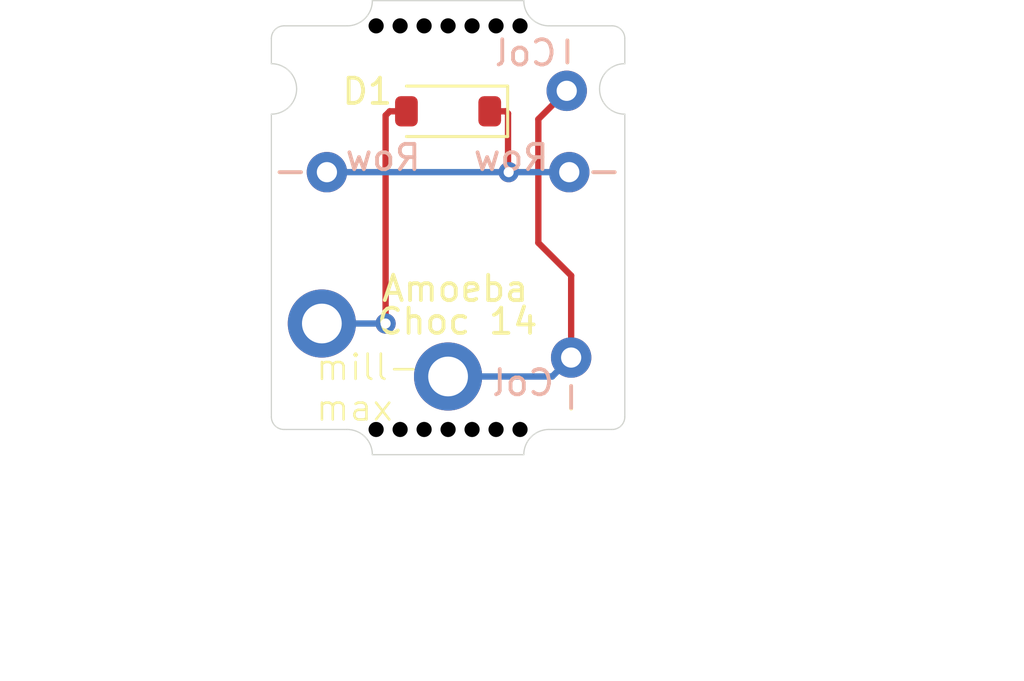
<source format=kicad_pcb>
(kicad_pcb (version 20240108) (generator "pcbnew") (generator_version "8.0")
  (title_block (title "Amoeba Choc 14") (date "2024-02-22") (rev "0.1.0-alpha") (comment 1 "and sturdier column walls; with socket STEP file. ") (comment 2 "allows choc 18 mm or narrower Dactyl column spacing ") (comment 3 "A choc keyboard single-switch Amoeba PCB with Mill-Max hotswap that  "))
  (layers (0 "F.Cu" signal) (31 "B.Cu" signal) (34 "B.Paste" user) (35 "F.Paste" user) (36 "B.SilkS" user "B.Silkscreen") (37 "F.SilkS" user "F.Silkscreen") (38 "B.Mask" user) (39 "F.Mask" user) (44 "Edge.Cuts" user))
  (net 0 "")
  (net 1 "/row")
  (net 2 "Net-(D1-A)")
  (net 3 "/col")
  (footprint "Diode_SMD:D_SOD-123" (layer "F.Cu") (at 130 105.3875 180)
    (property "Reference" "D1" (at 3.2 0.7875 180) (layer "F.SilkS"))
    (property "Value" "1N4148")
    (fp_line (start -2.36 1) (end 1.65 1) (stroke (width 0.12)) (layer "F.SilkS"))
    (fp_line (start -2.36 -1) (end 1.65 -1) (stroke (width 0.12)) (layer "F.SilkS"))
    (fp_line (start -2.36 -1) (end -2.36 1) (stroke (width 0.12)) (layer "F.SilkS"))
    (pad "1" smd roundrect (at -1.65 0 180) (size 0.9 1.2) (layers "F.Cu" "F.Paste" "F.Mask") (net 1 "/row"))
    (pad "2" smd roundrect (at 1.65 0 180) (size 0.9 1.2) (layers "F.Cu" "F.Paste" "F.Mask") (net 2 "Net-(D1-A)"))
  )
  (footprint "Amoeba_Choc_Nar:pg1350-hotswap" (layer "F.Cu") (at 130 110)
    (property "Reference" "SW1" (hide yes))
    (property "Value" "SW_SPST" (hide yes))
    (fp_line (start -7 -6.5) (end -7 -7.5) (stroke (width 0.05)) (layer "Edge.Cuts"))
    (fp_line (start -7 7.5) (end -7 -4.5) (stroke (width 0.05)) (layer "Edge.Cuts"))
    (fp_line (start -4 -8) (end -6.5 -8) (stroke (width 0.05)) (layer "Edge.Cuts"))
    (fp_line (start -4 8) (end -6.5 8) (stroke (width 0.05)) (layer "Edge.Cuts"))
    (fp_line (start 6.5 -8) (end 4 -8) (stroke (width 0.05)) (layer "Edge.Cuts"))
    (fp_line (start 6.5 8) (end 4 8) (stroke (width 0.05)) (layer "Edge.Cuts"))
    (fp_line (start 7 -6.5) (end 7 -7.5) (stroke (width 0.05)) (layer "Edge.Cuts"))
    (fp_line (start 7 7.5) (end 7 -4.5) (stroke (width 0.05)) (layer "Edge.Cuts"))
    (fp_arc (start -7 -7.5) (mid -6.853553 -7.853553) (end -6.5 -8) (stroke (width 0.05)) (layer "Edge.Cuts"))
    (fp_arc (start -7 -6.5) (mid -6.292893 -6.207107) (end -6 -5.5) (stroke (width 0.05)) (layer "Edge.Cuts"))
    (fp_arc (start -6.5 8) (mid -6.853553 7.853553) (end -7 7.5) (stroke (width 0.05)) (layer "Edge.Cuts"))
    (fp_arc (start -6 -5.5) (mid -6.292893 -4.792893) (end -7 -4.5) (stroke (width 0.05)) (layer "Edge.Cuts"))
    (fp_arc (start 6 -5.5) (mid 6.292893 -6.207107) (end 7 -6.5) (stroke (width 0.05)) (layer "Edge.Cuts"))
    (fp_arc (start 6.5 -8) (mid 6.853553 -7.853553) (end 7 -7.5) (stroke (width 0.05)) (layer "Edge.Cuts"))
    (fp_arc (start 7 -4.5) (mid 6.292893 -4.792893) (end 6 -5.5) (stroke (width 0.05)) (layer "Edge.Cuts"))
    (fp_arc (start 7 7.5) (mid 6.853553 7.853553) (end 6.5 8) (stroke (width 0.05)) (layer "Edge.Cuts"))
    (fp_text_box "mill-\nmax" (start -6.05 4.2) (end -1.55 8.2) (layer "F.SilkS") (effects (font (size 1 1) (thickness 0.1)) (justify left top)) (border no) (stroke (width -0.000001)))
    (pad "" np_thru_hole circle (at -5.5 0 180) (size 1.7 1.7) (drill 1.7) (layers "*.Cu" "*.Mask"))
    (pad "" np_thru_hole circle (at 0 0 180) (size 3.4 3.4) (drill 3.4) (layers "*.Cu" "*.Mask"))
    (pad "" np_thru_hole circle (at 5.5 0 180) (size 1.7 1.7) (drill 1.7) (layers "*.Cu" "*.Mask"))
    (pad "1" thru_hole circle (at 0 5.900001 180) (size 2.7 2.7) (drill 1.5748) (layers "*.Cu" "*.Mask") (net 3 "/col"))
    (pad "2" thru_hole circle (at -5 3.8 180) (size 2.7 2.7) (drill 1.5748) (layers "*.Cu" "*.Mask") (net 2 "Net-(D1-A)"))
  )
  (footprint "Amoeba_Choc_Nar:Mouse_Bites" (layer "F.Cu") (at 130 118)
    (property "Reference" "REF**" (hide yes))
    (property "Value" "Mouse_Bites" (hide yes))
    (pad "" np_thru_hole circle (at -2.85 0) (size 0.6 0.6) (drill 0.6) (layers "*.Mask"))
    (pad "" np_thru_hole circle (at -1.9 0) (size 0.6 0.6) (drill 0.6) (layers "*.Mask"))
    (pad "" np_thru_hole circle (at -0.95 0) (size 0.6 0.6) (drill 0.6) (layers "*.Mask"))
    (pad "" np_thru_hole circle (at 0 0) (size 0.6 0.6) (drill 0.6) (layers "*.Mask"))
    (pad "" np_thru_hole circle (at 0.95 0) (size 0.6 0.6) (drill 0.6) (layers "*.Mask"))
    (pad "" np_thru_hole circle (at 1.9 0) (size 0.6 0.6) (drill 0.6) (layers "*.Mask"))
    (pad "" np_thru_hole circle (at 2.85 0) (size 0.6 0.6) (drill 0.6) (layers "*.Mask"))
  )
  (footprint "Amoeba_Choc_Nar:Mouse_Bites" (layer "F.Cu") (at 130 102)
    (property "Reference" "REF**" (hide yes))
    (property "Value" "Mouse_Bites" (hide yes))
    (pad "" np_thru_hole circle (at -2.85 0) (size 0.6 0.6) (drill 0.6) (layers "*.Mask"))
    (pad "" np_thru_hole circle (at -1.9 0) (size 0.6 0.6) (drill 0.6) (layers "*.Mask"))
    (pad "" np_thru_hole circle (at -0.95 0) (size 0.6 0.6) (drill 0.6) (layers "*.Mask"))
    (pad "" np_thru_hole circle (at 0 0) (size 0.6 0.6) (drill 0.6) (layers "*.Mask"))
    (pad "" np_thru_hole circle (at 0.95 0) (size 0.6 0.6) (drill 0.6) (layers "*.Mask"))
    (pad "" np_thru_hole circle (at 1.9 0) (size 0.6 0.6) (drill 0.6) (layers "*.Mask"))
    (pad "" np_thru_hole circle (at 2.85 0) (size 0.6 0.6) (drill 0.6) (layers "*.Mask"))
  )
  (footprint "Amoeba_Choc_Nar:Pin_D0.8mm_L7.0mm" (layer "B.Cu") (at 134.7 104.575 180)
    (property "Reference" "J1" (hide yes))
    (property "Value" "Conn_01x01_Pin" (hide yes))
    (fp_text user "Col" (at 1.625 1.5 0) (layer "B.SilkS") (effects (justify mirror)))
    (pad "1" thru_hole circle (at 0 0 180) (size 1.6 1.6) (drill 0.8) (layers "*.Cu" "*.Mask") (net 3 "/col"))
  )
  (footprint "Amoeba_Choc_Nar:Pin_D0.8mm_L7.0mm" (layer "B.Cu") (at 134.8 107.8 180)
    (property "Reference" "J4" (hide yes))
    (property "Value" "Conn_01x01_Pin" (hide yes))
    (fp_text user "Row" (at 2.3 0.575 0) (layer "B.SilkS") (effects (justify mirror)))
    (pad "1" thru_hole circle (at 0 0 180) (size 1.6 1.6) (drill 0.8) (layers "*.Cu" "*.Mask") (net 1 "/row"))
  )
  (footprint "Amoeba_Choc_Nar:Pin_D0.8mm_L7.0mm" (layer "B.Cu") (at 125.2 107.8 180)
    (property "Reference" "J3" (hide yes))
    (property "Value" "Conn_01x01_Pin" (hide yes))
    (fp_text user "Row" (at -2.225 0.575 0) (layer "B.SilkS") (effects (justify mirror)))
    (pad "1" thru_hole circle (at 0 0 180) (size 1.6 1.6) (drill 0.8) (layers "*.Cu" "*.Mask") (net 1 "/row"))
  )
  (footprint "Amoeba_Choc_Nar:Pin_D0.8mm_L7.0mm" (layer "B.Cu") (at 134.875 115.15 180)
    (property "Reference" "J2" (hide yes))
    (property "Value" "Conn_01x01_Pin" (hide yes))
    (fp_text user "Col" (at 1.9 -1 0) (layer "B.SilkS") (effects (justify mirror)))
    (pad "1" thru_hole circle (at 0 0 180) (size 1.6 1.6) (drill 0.8) (layers "*.Cu" "*.Mask") (net 3 "/col"))
  )
  (gr_line (start 135.75 107.8) (end 136.6 107.8) (stroke (width 0.15)) (layer "B.SilkS"))
  (gr_line (start 134.875 116.275) (end 134.875 117.15) (stroke (width 0.15)) (layer "B.SilkS"))
  (gr_line (start 124.175 107.8) (end 123.325 107.8) (stroke (width 0.15)) (layer "B.SilkS"))
  (gr_line (start 134.725 103.45) (end 134.725 102.575) (stroke (width 0.15)) (layer "B.SilkS"))
  (gr_line (start 134.875 116.275) (end 134.875 117.175) (stroke (width 0.15)) (layer "F.SilkS"))
  (gr_line (start 134.725 102.575) (end 134.725 103.45) (stroke (width 0.15)) (layer "F.SilkS"))
  (gr_line (start 123.325 107.8) (end 124.175 107.8) (stroke (width 0.15)) (layer "F.SilkS"))
  (gr_line (start 135.75 107.8) (end 136.6 107.8) (stroke (width 0.15)) (layer "F.SilkS"))
  (gr_arc (start 127 101) (mid 126.707107 101.707107) (end 126 102) (stroke (width 0.05)) (layer "Edge.Cuts"))
  (gr_arc (start 134 102) (mid 133.292893 101.707107) (end 133 101) (stroke (width 0.05)) (layer "Edge.Cuts"))
  (gr_arc (start 133 119) (mid 133.292893 118.292893) (end 134 118) (stroke (width 0.05)) (layer "Edge.Cuts"))
  (gr_arc (start 126 118) (mid 126.707107 118.292893) (end 127 119) (stroke (width 0.05)) (layer "Edge.Cuts"))
  (gr_line (start 133 119) (end 127 119) (stroke (width 0.05)) (layer "Edge.Cuts"))
  (gr_line (start 133 101) (end 127 101) (stroke (width 0.05)) (layer "Edge.Cuts"))
  (gr_text "Choc 14" (at 127.1 114.3 0) (layer "F.SilkS") (effects (font (size 1 1)) (justify left bottom)))
  (gr_text "Amoeba" (at 127.3 113 0) (layer "F.SilkS") (effects (font (size 1 1)) (justify left bottom)))
  (segment (start 132.2875 105.3875) (end 131.65 105.3875) (width 0.25) (layer "F.Cu") (net 1))
  (segment (start 132.4 107.8) (end 132.375 107.775) (width 0.25) (layer "F.Cu") (net 1))
  (segment (start 132.375 107.775) (end 132.375 105.475) (width 0.25) (layer "F.Cu") (net 1))
  (segment (start 132.375 105.475) (end 132.2875 105.3875) (width 0.25) (layer "F.Cu") (net 1))
  (via (at 132.4 107.8) (size 0.8) (drill 0.4) (layers "F.Cu" "B.Cu") (net 1))
  (segment (start 132.4 107.8) (end 134.8 107.8) (width 0.25) (layer "B.Cu") (net 1))
  (segment (start 125.2 107.8) (end 132.4 107.8) (width 0.25) (layer "B.Cu") (net 1))
  (segment (start 127.525 113.8) (end 127.525 105.55) (width 0.25) (layer "F.Cu") (net 2))
  (segment (start 127.6875 105.3875) (end 128.35 105.3875) (width 0.25) (layer "F.Cu") (net 2))
  (segment (start 127.525 105.55) (end 127.6875 105.3875) (width 0.25) (layer "F.Cu") (net 2))
  (via (at 127.525 113.8) (size 0.8) (drill 0.4) (layers "F.Cu" "B.Cu") (net 2))
  (segment (start 127.525 113.8) (end 125 113.8) (width 0.25) (layer "B.Cu") (net 2))
  (segment (start 133.575 105.7) (end 134.7 104.575) (width 0.25) (layer "F.Cu") (net 3))
  (segment (start 134.875 115.15) (end 134.875 111.9) (width 0.25) (layer "F.Cu") (net 3))
  (segment (start 134.875 111.9) (end 133.575 110.6) (width 0.25) (layer "F.Cu") (net 3))
  (segment (start 133.575 110.6) (end 133.575 105.7) (width 0.25) (layer "F.Cu") (net 3))
  (segment (start 134.124999 115.900001) (end 130 115.900001) (width 0.25) (layer "B.Cu") (net 3))
  (segment (start 134.875 115.15) (end 134.124999 115.900001) (width 0.25) (layer "B.Cu") (net 3))
)
</source>
